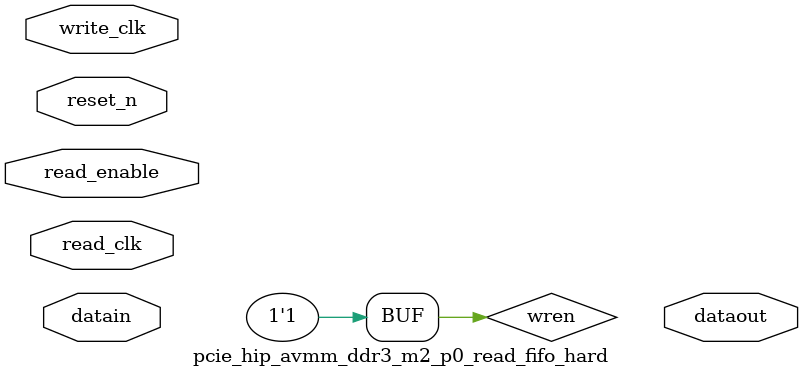
<source format=v>



`timescale 1 ps / 1 ps

module pcie_hip_avmm_ddr3_m2_p0_read_fifo_hard(
	write_clk,
	read_clk,
	read_enable,
	reset_n,
	datain,
	dataout
);

// ******************************************************************************************************************************** 
// BEGIN PARAMETER SECTION
// All parameters default to "" will have their values passed in from higher level wrapper with the controller and driver 

parameter DQ_GROUP_WIDTH = "";

localparam RATE_MULT = 2;


// END PARAMETER SECTION
// ******************************************************************************************************************************** 

input	write_clk;
input	read_clk;
input	read_enable;
input	reset_n;
input	[DQ_GROUP_WIDTH*2-1:0] datain;
output	[RATE_MULT*DQ_GROUP_WIDTH*2-1:0] dataout;


// ******************************************************************************************************************************** 
// Instantiate write-enable circuitry inside the DQS logic block
// ******************************************************************************************************************************** 

// The read_clk is expected to be a strobe that only toggles when there
// is valid data, so wren is tied to 1
wire wren = 1'b1;
	

// ******************************************************************************************************************************** 
// Instantiate read-enable circuitry inside the DQS logic block
// ******************************************************************************************************************************** 
wire read_enable_tmp;
wire plus2_tmp;
stratixv_read_fifo_read_enable fifo_read_enable (
	.re(read_enable),
	.rclk(),
	.plus2(1'b0), 
	.areset(),
	.reout (read_enable_tmp),
	.plus2out (plus2_tmp)
);
defparam fifo_read_enable.use_stalled_read_enable = "false";

// ******************************************************************************************************************************** 
// Instantiate hard read-fifo. 
// ******************************************************************************************************************************** 
generate
genvar dq_count;
	for (dq_count=0; dq_count<DQ_GROUP_WIDTH; dq_count=dq_count+1)
	begin:read_fifos
		// The datain bus is the read data for the current DQS group
		// coming out of the DDIO. Its width is 2x of each DQS group on the
		// memory interface. The bus is ordered by time slot:
		//
		// D0_T1, D0_T0
		//
		// The dataout bus is the read data going out of the FIFO. In FR, it has
		// the same width as datain. In HR, it 2x the datain width. The bus is
		// ordered by time slot.
		//
		// FR: D0_T1, D0_T0
		// HR: D0_T3, D0_T2, D0_T1, D0_T0
		stratixv_read_fifo fifo (
			.wclk(write_clk),
			.we(wren),
			.rclk(read_clk),
			.re(read_enable_tmp),
			.areset(~reset_n),
			.plus2(plus2_tmp),
			.datain({datain[dq_count], datain[dq_count + DQ_GROUP_WIDTH]}),
			.dataout({
					dataout[dq_count + (DQ_GROUP_WIDTH * 0)],
					dataout[dq_count + (DQ_GROUP_WIDTH * 1)],
					dataout[dq_count + (DQ_GROUP_WIDTH * 2)],
					dataout[dq_count + (DQ_GROUP_WIDTH * 3)]
								})
		);
		defparam fifo.use_half_rate_read = "true";
		defparam fifo.sim_wclk_pre_delay = 100;
	end
endgenerate

endmodule

</source>
